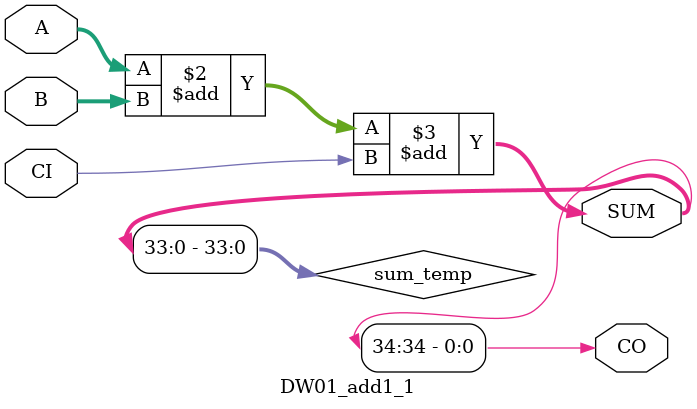
<source format=v>
module DW01_add1_1 (A,B,CI,SUM,CO);
  parameter width=8'b00100011;
  output [width-1 : 0] SUM;
  output CO;
  input [width-1 : 0] A;
  input [width-1 : 0] B;
  input CI;
  wire [width-1 : 0] SUM;
  reg [width-2 : 0] sum_temp;
  reg CO;
  reg c_out;
	assign SUM = {CO, sum_temp};
always @(A or B or CI)
  begin
    {CO, sum_temp} = A+B+CI;
  end
endmodule
</source>
